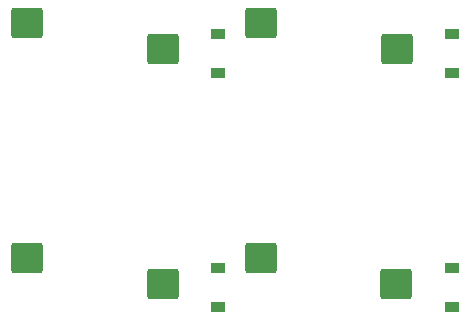
<source format=gbp>
G04 #@! TF.GenerationSoftware,KiCad,Pcbnew,(6.0.5)*
G04 #@! TF.CreationDate,2022-09-29T20:04:46+08:00*
G04 #@! TF.ProjectId,4k-keypad-pro-micro,346b2d6b-6579-4706-9164-2d70726f2d6d,rev?*
G04 #@! TF.SameCoordinates,Original*
G04 #@! TF.FileFunction,Paste,Bot*
G04 #@! TF.FilePolarity,Positive*
%FSLAX46Y46*%
G04 Gerber Fmt 4.6, Leading zero omitted, Abs format (unit mm)*
G04 Created by KiCad (PCBNEW (6.0.5)) date 2022-09-29 20:04:46*
%MOMM*%
%LPD*%
G01*
G04 APERTURE LIST*
G04 Aperture macros list*
%AMRoundRect*
0 Rectangle with rounded corners*
0 $1 Rounding radius*
0 $2 $3 $4 $5 $6 $7 $8 $9 X,Y pos of 4 corners*
0 Add a 4 corners polygon primitive as box body*
4,1,4,$2,$3,$4,$5,$6,$7,$8,$9,$2,$3,0*
0 Add four circle primitives for the rounded corners*
1,1,$1+$1,$2,$3*
1,1,$1+$1,$4,$5*
1,1,$1+$1,$6,$7*
1,1,$1+$1,$8,$9*
0 Add four rect primitives between the rounded corners*
20,1,$1+$1,$2,$3,$4,$5,0*
20,1,$1+$1,$4,$5,$6,$7,0*
20,1,$1+$1,$6,$7,$8,$9,0*
20,1,$1+$1,$8,$9,$2,$3,0*%
G04 Aperture macros list end*
%ADD10RoundRect,0.260000X1.065000X1.040000X-1.065000X1.040000X-1.065000X-1.040000X1.065000X-1.040000X0*%
%ADD11R,1.200000X0.900000*%
G04 APERTURE END LIST*
D10*
X140980000Y-82300000D03*
X152470000Y-84500000D03*
D11*
X137318750Y-103062500D03*
X137318750Y-106362500D03*
X157162500Y-83218750D03*
X157162500Y-86518750D03*
D10*
X140923750Y-102175000D03*
X152413750Y-104375000D03*
X121136250Y-102175000D03*
X132626250Y-104375000D03*
D11*
X157162500Y-103062500D03*
X157162500Y-106362500D03*
D10*
X121136250Y-82300000D03*
X132626250Y-84500000D03*
D11*
X137318750Y-83218750D03*
X137318750Y-86518750D03*
M02*

</source>
